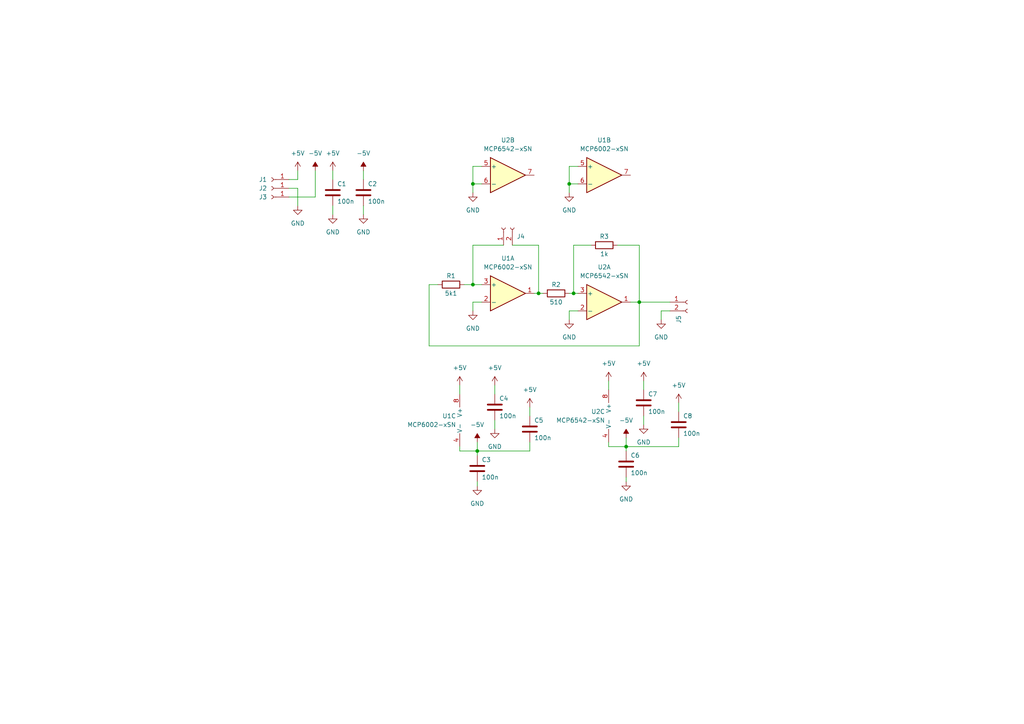
<source format=kicad_sch>
(kicad_sch (version 20211123) (generator eeschema)

  (uuid e63e39d7-6ac0-4ffd-8aa3-1841a4541b55)

  (paper "A4")

  (lib_symbols
    (symbol "Amplifier_Operational:MCP6002-xSN" (pin_names (offset 0.127)) (in_bom yes) (on_board yes)
      (property "Reference" "U" (id 0) (at 0 5.08 0)
        (effects (font (size 1.27 1.27)) (justify left))
      )
      (property "Value" "MCP6002-xSN" (id 1) (at 0 -5.08 0)
        (effects (font (size 1.27 1.27)) (justify left))
      )
      (property "Footprint" "" (id 2) (at 0 0 0)
        (effects (font (size 1.27 1.27)) hide)
      )
      (property "Datasheet" "http://ww1.microchip.com/downloads/en/DeviceDoc/21733j.pdf" (id 3) (at 0 0 0)
        (effects (font (size 1.27 1.27)) hide)
      )
      (property "ki_locked" "" (id 4) (at 0 0 0)
        (effects (font (size 1.27 1.27)))
      )
      (property "ki_keywords" "dual opamp" (id 5) (at 0 0 0)
        (effects (font (size 1.27 1.27)) hide)
      )
      (property "ki_description" "1MHz, Low-Power Op Amp, SOIC-8" (id 6) (at 0 0 0)
        (effects (font (size 1.27 1.27)) hide)
      )
      (property "ki_fp_filters" "SOIC*3.9x4.9mm*P1.27mm* DIP*W7.62mm* TO*99* OnSemi*Micro8* TSSOP*3x3mm*P0.65mm* TSSOP*4.4x3mm*P0.65mm* MSOP*3x3mm*P0.65mm* SSOP*3.9x4.9mm*P0.635mm* LFCSP*2x2mm*P0.5mm* *SIP* SOIC*5.3x6.2mm*P1.27mm*" (id 7) (at 0 0 0)
        (effects (font (size 1.27 1.27)) hide)
      )
      (symbol "MCP6002-xSN_1_1"
        (polyline
          (pts
            (xy -5.08 5.08)
            (xy 5.08 0)
            (xy -5.08 -5.08)
            (xy -5.08 5.08)
          )
          (stroke (width 0.254) (type default) (color 0 0 0 0))
          (fill (type background))
        )
        (pin output line (at 7.62 0 180) (length 2.54)
          (name "~" (effects (font (size 1.27 1.27))))
          (number "1" (effects (font (size 1.27 1.27))))
        )
        (pin input line (at -7.62 -2.54 0) (length 2.54)
          (name "-" (effects (font (size 1.27 1.27))))
          (number "2" (effects (font (size 1.27 1.27))))
        )
        (pin input line (at -7.62 2.54 0) (length 2.54)
          (name "+" (effects (font (size 1.27 1.27))))
          (number "3" (effects (font (size 1.27 1.27))))
        )
      )
      (symbol "MCP6002-xSN_2_1"
        (polyline
          (pts
            (xy -5.08 5.08)
            (xy 5.08 0)
            (xy -5.08 -5.08)
            (xy -5.08 5.08)
          )
          (stroke (width 0.254) (type default) (color 0 0 0 0))
          (fill (type background))
        )
        (pin input line (at -7.62 2.54 0) (length 2.54)
          (name "+" (effects (font (size 1.27 1.27))))
          (number "5" (effects (font (size 1.27 1.27))))
        )
        (pin input line (at -7.62 -2.54 0) (length 2.54)
          (name "-" (effects (font (size 1.27 1.27))))
          (number "6" (effects (font (size 1.27 1.27))))
        )
        (pin output line (at 7.62 0 180) (length 2.54)
          (name "~" (effects (font (size 1.27 1.27))))
          (number "7" (effects (font (size 1.27 1.27))))
        )
      )
      (symbol "MCP6002-xSN_3_1"
        (pin power_in line (at -2.54 -7.62 90) (length 3.81)
          (name "V-" (effects (font (size 1.27 1.27))))
          (number "4" (effects (font (size 1.27 1.27))))
        )
        (pin power_in line (at -2.54 7.62 270) (length 3.81)
          (name "V+" (effects (font (size 1.27 1.27))))
          (number "8" (effects (font (size 1.27 1.27))))
        )
      )
    )
    (symbol "Connector:Conn_01x01_Female" (pin_names (offset 1.016) hide) (in_bom yes) (on_board yes)
      (property "Reference" "J" (id 0) (at 0 2.54 0)
        (effects (font (size 1.27 1.27)))
      )
      (property "Value" "Conn_01x01_Female" (id 1) (at 0 -2.54 0)
        (effects (font (size 1.27 1.27)))
      )
      (property "Footprint" "" (id 2) (at 0 0 0)
        (effects (font (size 1.27 1.27)) hide)
      )
      (property "Datasheet" "~" (id 3) (at 0 0 0)
        (effects (font (size 1.27 1.27)) hide)
      )
      (property "ki_keywords" "connector" (id 4) (at 0 0 0)
        (effects (font (size 1.27 1.27)) hide)
      )
      (property "ki_description" "Generic connector, single row, 01x01, script generated (kicad-library-utils/schlib/autogen/connector/)" (id 5) (at 0 0 0)
        (effects (font (size 1.27 1.27)) hide)
      )
      (property "ki_fp_filters" "Connector*:*" (id 6) (at 0 0 0)
        (effects (font (size 1.27 1.27)) hide)
      )
      (symbol "Conn_01x01_Female_1_1"
        (polyline
          (pts
            (xy -1.27 0)
            (xy -0.508 0)
          )
          (stroke (width 0.1524) (type default) (color 0 0 0 0))
          (fill (type none))
        )
        (arc (start 0 0.508) (mid -0.508 0) (end 0 -0.508)
          (stroke (width 0.1524) (type default) (color 0 0 0 0))
          (fill (type none))
        )
        (pin passive line (at -5.08 0 0) (length 3.81)
          (name "Pin_1" (effects (font (size 1.27 1.27))))
          (number "1" (effects (font (size 1.27 1.27))))
        )
      )
    )
    (symbol "Connector:Conn_01x02_Female" (pin_names (offset 1.016) hide) (in_bom yes) (on_board yes)
      (property "Reference" "J" (id 0) (at 0 2.54 0)
        (effects (font (size 1.27 1.27)))
      )
      (property "Value" "Conn_01x02_Female" (id 1) (at 0 -5.08 0)
        (effects (font (size 1.27 1.27)))
      )
      (property "Footprint" "" (id 2) (at 0 0 0)
        (effects (font (size 1.27 1.27)) hide)
      )
      (property "Datasheet" "~" (id 3) (at 0 0 0)
        (effects (font (size 1.27 1.27)) hide)
      )
      (property "ki_keywords" "connector" (id 4) (at 0 0 0)
        (effects (font (size 1.27 1.27)) hide)
      )
      (property "ki_description" "Generic connector, single row, 01x02, script generated (kicad-library-utils/schlib/autogen/connector/)" (id 5) (at 0 0 0)
        (effects (font (size 1.27 1.27)) hide)
      )
      (property "ki_fp_filters" "Connector*:*_1x??_*" (id 6) (at 0 0 0)
        (effects (font (size 1.27 1.27)) hide)
      )
      (symbol "Conn_01x02_Female_1_1"
        (arc (start 0 -2.032) (mid -0.508 -2.54) (end 0 -3.048)
          (stroke (width 0.1524) (type default) (color 0 0 0 0))
          (fill (type none))
        )
        (polyline
          (pts
            (xy -1.27 -2.54)
            (xy -0.508 -2.54)
          )
          (stroke (width 0.1524) (type default) (color 0 0 0 0))
          (fill (type none))
        )
        (polyline
          (pts
            (xy -1.27 0)
            (xy -0.508 0)
          )
          (stroke (width 0.1524) (type default) (color 0 0 0 0))
          (fill (type none))
        )
        (arc (start 0 0.508) (mid -0.508 0) (end 0 -0.508)
          (stroke (width 0.1524) (type default) (color 0 0 0 0))
          (fill (type none))
        )
        (pin passive line (at -5.08 0 0) (length 3.81)
          (name "Pin_1" (effects (font (size 1.27 1.27))))
          (number "1" (effects (font (size 1.27 1.27))))
        )
        (pin passive line (at -5.08 -2.54 0) (length 3.81)
          (name "Pin_2" (effects (font (size 1.27 1.27))))
          (number "2" (effects (font (size 1.27 1.27))))
        )
      )
    )
    (symbol "Device:C" (pin_numbers hide) (pin_names (offset 0.254)) (in_bom yes) (on_board yes)
      (property "Reference" "C" (id 0) (at 0.635 2.54 0)
        (effects (font (size 1.27 1.27)) (justify left))
      )
      (property "Value" "C" (id 1) (at 0.635 -2.54 0)
        (effects (font (size 1.27 1.27)) (justify left))
      )
      (property "Footprint" "" (id 2) (at 0.9652 -3.81 0)
        (effects (font (size 1.27 1.27)) hide)
      )
      (property "Datasheet" "~" (id 3) (at 0 0 0)
        (effects (font (size 1.27 1.27)) hide)
      )
      (property "ki_keywords" "cap capacitor" (id 4) (at 0 0 0)
        (effects (font (size 1.27 1.27)) hide)
      )
      (property "ki_description" "Unpolarized capacitor" (id 5) (at 0 0 0)
        (effects (font (size 1.27 1.27)) hide)
      )
      (property "ki_fp_filters" "C_*" (id 6) (at 0 0 0)
        (effects (font (size 1.27 1.27)) hide)
      )
      (symbol "C_0_1"
        (polyline
          (pts
            (xy -2.032 -0.762)
            (xy 2.032 -0.762)
          )
          (stroke (width 0.508) (type default) (color 0 0 0 0))
          (fill (type none))
        )
        (polyline
          (pts
            (xy -2.032 0.762)
            (xy 2.032 0.762)
          )
          (stroke (width 0.508) (type default) (color 0 0 0 0))
          (fill (type none))
        )
      )
      (symbol "C_1_1"
        (pin passive line (at 0 3.81 270) (length 2.794)
          (name "~" (effects (font (size 1.27 1.27))))
          (number "1" (effects (font (size 1.27 1.27))))
        )
        (pin passive line (at 0 -3.81 90) (length 2.794)
          (name "~" (effects (font (size 1.27 1.27))))
          (number "2" (effects (font (size 1.27 1.27))))
        )
      )
    )
    (symbol "Device:R" (pin_numbers hide) (pin_names (offset 0)) (in_bom yes) (on_board yes)
      (property "Reference" "R" (id 0) (at 2.032 0 90)
        (effects (font (size 1.27 1.27)))
      )
      (property "Value" "R" (id 1) (at 0 0 90)
        (effects (font (size 1.27 1.27)))
      )
      (property "Footprint" "" (id 2) (at -1.778 0 90)
        (effects (font (size 1.27 1.27)) hide)
      )
      (property "Datasheet" "~" (id 3) (at 0 0 0)
        (effects (font (size 1.27 1.27)) hide)
      )
      (property "ki_keywords" "R res resistor" (id 4) (at 0 0 0)
        (effects (font (size 1.27 1.27)) hide)
      )
      (property "ki_description" "Resistor" (id 5) (at 0 0 0)
        (effects (font (size 1.27 1.27)) hide)
      )
      (property "ki_fp_filters" "R_*" (id 6) (at 0 0 0)
        (effects (font (size 1.27 1.27)) hide)
      )
      (symbol "R_0_1"
        (rectangle (start -1.016 -2.54) (end 1.016 2.54)
          (stroke (width 0.254) (type default) (color 0 0 0 0))
          (fill (type none))
        )
      )
      (symbol "R_1_1"
        (pin passive line (at 0 3.81 270) (length 1.27)
          (name "~" (effects (font (size 1.27 1.27))))
          (number "1" (effects (font (size 1.27 1.27))))
        )
        (pin passive line (at 0 -3.81 90) (length 1.27)
          (name "~" (effects (font (size 1.27 1.27))))
          (number "2" (effects (font (size 1.27 1.27))))
        )
      )
    )
    (symbol "power:+5V" (power) (pin_names (offset 0)) (in_bom yes) (on_board yes)
      (property "Reference" "#PWR" (id 0) (at 0 -3.81 0)
        (effects (font (size 1.27 1.27)) hide)
      )
      (property "Value" "+5V" (id 1) (at 0 3.556 0)
        (effects (font (size 1.27 1.27)))
      )
      (property "Footprint" "" (id 2) (at 0 0 0)
        (effects (font (size 1.27 1.27)) hide)
      )
      (property "Datasheet" "" (id 3) (at 0 0 0)
        (effects (font (size 1.27 1.27)) hide)
      )
      (property "ki_keywords" "power-flag" (id 4) (at 0 0 0)
        (effects (font (size 1.27 1.27)) hide)
      )
      (property "ki_description" "Power symbol creates a global label with name \"+5V\"" (id 5) (at 0 0 0)
        (effects (font (size 1.27 1.27)) hide)
      )
      (symbol "+5V_0_1"
        (polyline
          (pts
            (xy -0.762 1.27)
            (xy 0 2.54)
          )
          (stroke (width 0) (type default) (color 0 0 0 0))
          (fill (type none))
        )
        (polyline
          (pts
            (xy 0 0)
            (xy 0 2.54)
          )
          (stroke (width 0) (type default) (color 0 0 0 0))
          (fill (type none))
        )
        (polyline
          (pts
            (xy 0 2.54)
            (xy 0.762 1.27)
          )
          (stroke (width 0) (type default) (color 0 0 0 0))
          (fill (type none))
        )
      )
      (symbol "+5V_1_1"
        (pin power_in line (at 0 0 90) (length 0) hide
          (name "+5V" (effects (font (size 1.27 1.27))))
          (number "1" (effects (font (size 1.27 1.27))))
        )
      )
    )
    (symbol "power:-5V" (power) (pin_names (offset 0)) (in_bom yes) (on_board yes)
      (property "Reference" "#PWR" (id 0) (at 0 2.54 0)
        (effects (font (size 1.27 1.27)) hide)
      )
      (property "Value" "-5V" (id 1) (at 0 3.81 0)
        (effects (font (size 1.27 1.27)))
      )
      (property "Footprint" "" (id 2) (at 0 0 0)
        (effects (font (size 1.27 1.27)) hide)
      )
      (property "Datasheet" "" (id 3) (at 0 0 0)
        (effects (font (size 1.27 1.27)) hide)
      )
      (property "ki_keywords" "power-flag" (id 4) (at 0 0 0)
        (effects (font (size 1.27 1.27)) hide)
      )
      (property "ki_description" "Power symbol creates a global label with name \"-5V\"" (id 5) (at 0 0 0)
        (effects (font (size 1.27 1.27)) hide)
      )
      (symbol "-5V_0_0"
        (pin power_in line (at 0 0 90) (length 0) hide
          (name "-5V" (effects (font (size 1.27 1.27))))
          (number "1" (effects (font (size 1.27 1.27))))
        )
      )
      (symbol "-5V_0_1"
        (polyline
          (pts
            (xy 0 0)
            (xy 0 1.27)
            (xy 0.762 1.27)
            (xy 0 2.54)
            (xy -0.762 1.27)
            (xy 0 1.27)
          )
          (stroke (width 0) (type default) (color 0 0 0 0))
          (fill (type outline))
        )
      )
    )
    (symbol "power:GND" (power) (pin_names (offset 0)) (in_bom yes) (on_board yes)
      (property "Reference" "#PWR" (id 0) (at 0 -6.35 0)
        (effects (font (size 1.27 1.27)) hide)
      )
      (property "Value" "GND" (id 1) (at 0 -3.81 0)
        (effects (font (size 1.27 1.27)))
      )
      (property "Footprint" "" (id 2) (at 0 0 0)
        (effects (font (size 1.27 1.27)) hide)
      )
      (property "Datasheet" "" (id 3) (at 0 0 0)
        (effects (font (size 1.27 1.27)) hide)
      )
      (property "ki_keywords" "power-flag" (id 4) (at 0 0 0)
        (effects (font (size 1.27 1.27)) hide)
      )
      (property "ki_description" "Power symbol creates a global label with name \"GND\" , ground" (id 5) (at 0 0 0)
        (effects (font (size 1.27 1.27)) hide)
      )
      (symbol "GND_0_1"
        (polyline
          (pts
            (xy 0 0)
            (xy 0 -1.27)
            (xy 1.27 -1.27)
            (xy 0 -2.54)
            (xy -1.27 -1.27)
            (xy 0 -1.27)
          )
          (stroke (width 0) (type default) (color 0 0 0 0))
          (fill (type none))
        )
      )
      (symbol "GND_1_1"
        (pin power_in line (at 0 0 270) (length 0) hide
          (name "GND" (effects (font (size 1.27 1.27))))
          (number "1" (effects (font (size 1.27 1.27))))
        )
      )
    )
  )

  (junction (at 137.16 82.55) (diameter 0) (color 0 0 0 0)
    (uuid 02c204a9-09fd-4295-94c6-a37c915310ed)
  )
  (junction (at 165.1 53.34) (diameter 0) (color 0 0 0 0)
    (uuid 1cb876b5-3455-4deb-a352-fba7c2a82666)
  )
  (junction (at 156.21 85.09) (diameter 0) (color 0 0 0 0)
    (uuid 44a9ebd3-2b14-4b52-9219-5462d7610096)
  )
  (junction (at 138.43 130.81) (diameter 0) (color 0 0 0 0)
    (uuid 50169da6-a500-40d4-9b5b-72521d839cce)
  )
  (junction (at 185.42 87.63) (diameter 0) (color 0 0 0 0)
    (uuid 98568e9f-fe47-425d-9ef5-ed32348df678)
  )
  (junction (at 137.16 53.34) (diameter 0) (color 0 0 0 0)
    (uuid a8645d85-fa83-4963-b6b6-c3b18727b030)
  )
  (junction (at 181.61 129.54) (diameter 0) (color 0 0 0 0)
    (uuid e1a17dd3-43fe-462c-b9dd-91f61f4770dd)
  )
  (junction (at 166.37 85.09) (diameter 0) (color 0 0 0 0)
    (uuid e739a248-d511-4679-b92e-98ad52d4151a)
  )

  (wire (pts (xy 91.44 49.53) (xy 91.44 57.15))
    (stroke (width 0) (type default) (color 0 0 0 0))
    (uuid 04ced622-6cfd-4eb5-91bc-2c396a5592ba)
  )
  (wire (pts (xy 153.67 130.81) (xy 138.43 130.81))
    (stroke (width 0) (type default) (color 0 0 0 0))
    (uuid 0aceb300-7bf0-4c9b-b0e7-858d12e49a3b)
  )
  (wire (pts (xy 83.82 54.61) (xy 86.36 54.61))
    (stroke (width 0) (type default) (color 0 0 0 0))
    (uuid 0b8d100f-a587-4e3b-ab9d-57daaa9b0f24)
  )
  (wire (pts (xy 185.42 87.63) (xy 194.31 87.63))
    (stroke (width 0) (type default) (color 0 0 0 0))
    (uuid 0c0ce98a-2a3a-49b5-9e42-f95c0b1d7bd0)
  )
  (wire (pts (xy 137.16 53.34) (xy 139.7 53.34))
    (stroke (width 0) (type default) (color 0 0 0 0))
    (uuid 0e2e71d8-c6fb-4cb9-82bf-e16cc0fdb311)
  )
  (wire (pts (xy 194.31 90.17) (xy 191.77 90.17))
    (stroke (width 0) (type default) (color 0 0 0 0))
    (uuid 1e920811-1557-4d44-8d87-495535cd5e89)
  )
  (wire (pts (xy 165.1 53.34) (xy 165.1 55.88))
    (stroke (width 0) (type default) (color 0 0 0 0))
    (uuid 1f9c7422-1e77-4e92-b945-169aac2cf718)
  )
  (wire (pts (xy 181.61 129.54) (xy 176.53 129.54))
    (stroke (width 0) (type default) (color 0 0 0 0))
    (uuid 22880670-dfb2-4bba-bfe3-91aaa6b146a2)
  )
  (wire (pts (xy 137.16 82.55) (xy 137.16 71.12))
    (stroke (width 0) (type default) (color 0 0 0 0))
    (uuid 28c46ba8-f4be-4139-b761-a0e2ed330aff)
  )
  (wire (pts (xy 165.1 90.17) (xy 167.64 90.17))
    (stroke (width 0) (type default) (color 0 0 0 0))
    (uuid 324db6af-ffc1-4c0a-b421-95a3d625fcb8)
  )
  (wire (pts (xy 182.88 87.63) (xy 185.42 87.63))
    (stroke (width 0) (type default) (color 0 0 0 0))
    (uuid 35e6168d-2888-40f5-8bc0-8d505dde2410)
  )
  (wire (pts (xy 138.43 139.7) (xy 138.43 140.97))
    (stroke (width 0) (type default) (color 0 0 0 0))
    (uuid 383ef2f8-67cb-4a3a-bbc8-5d777028d2e6)
  )
  (wire (pts (xy 96.52 59.69) (xy 96.52 62.23))
    (stroke (width 0) (type default) (color 0 0 0 0))
    (uuid 3aabdf6f-fa33-40f7-8079-441eb2d54fb9)
  )
  (wire (pts (xy 83.82 52.07) (xy 86.36 52.07))
    (stroke (width 0) (type default) (color 0 0 0 0))
    (uuid 418d6adb-d999-4088-b02d-6d219c12914e)
  )
  (wire (pts (xy 86.36 52.07) (xy 86.36 49.53))
    (stroke (width 0) (type default) (color 0 0 0 0))
    (uuid 427acdb9-e837-499d-bdfa-62a1796c0a16)
  )
  (wire (pts (xy 166.37 85.09) (xy 167.64 85.09))
    (stroke (width 0) (type default) (color 0 0 0 0))
    (uuid 448fb891-e19e-4e39-a251-5491f9d04ff8)
  )
  (wire (pts (xy 105.41 49.53) (xy 105.41 52.07))
    (stroke (width 0) (type default) (color 0 0 0 0))
    (uuid 451cc8dc-194a-4e49-af4e-2ce16e822ae2)
  )
  (wire (pts (xy 179.07 71.12) (xy 185.42 71.12))
    (stroke (width 0) (type default) (color 0 0 0 0))
    (uuid 457d739c-70e9-44a5-a3fe-6f8eb63f20d5)
  )
  (wire (pts (xy 86.36 54.61) (xy 86.36 59.69))
    (stroke (width 0) (type default) (color 0 0 0 0))
    (uuid 46f2a347-0164-4701-992d-91da1640a7d0)
  )
  (wire (pts (xy 156.21 71.12) (xy 156.21 85.09))
    (stroke (width 0) (type default) (color 0 0 0 0))
    (uuid 491a9f3a-425a-478c-a5b1-33c3ce96de22)
  )
  (wire (pts (xy 137.16 71.12) (xy 146.05 71.12))
    (stroke (width 0) (type default) (color 0 0 0 0))
    (uuid 4f5365f6-2699-42e4-9f0d-4b575c0794ec)
  )
  (wire (pts (xy 191.77 90.17) (xy 191.77 92.71))
    (stroke (width 0) (type default) (color 0 0 0 0))
    (uuid 522c36cd-b78a-405b-8250-3098ddfa5e01)
  )
  (wire (pts (xy 196.85 129.54) (xy 181.61 129.54))
    (stroke (width 0) (type default) (color 0 0 0 0))
    (uuid 53d1d6da-eb39-4d0d-accd-c1200afc880c)
  )
  (wire (pts (xy 165.1 53.34) (xy 167.64 53.34))
    (stroke (width 0) (type default) (color 0 0 0 0))
    (uuid 5f46083a-6331-459b-9d3e-9f392864b475)
  )
  (wire (pts (xy 138.43 128.27) (xy 138.43 130.81))
    (stroke (width 0) (type default) (color 0 0 0 0))
    (uuid 5fa603c9-843c-4c8d-b33e-4eb84c70242f)
  )
  (wire (pts (xy 181.61 129.54) (xy 181.61 130.81))
    (stroke (width 0) (type default) (color 0 0 0 0))
    (uuid 68b05cf2-c967-44bd-99d3-dcb0eab75667)
  )
  (wire (pts (xy 166.37 71.12) (xy 166.37 85.09))
    (stroke (width 0) (type default) (color 0 0 0 0))
    (uuid 6c3a4a37-01ca-4bdc-8d1b-7ba403960e15)
  )
  (wire (pts (xy 143.51 111.76) (xy 143.51 114.3))
    (stroke (width 0) (type default) (color 0 0 0 0))
    (uuid 70811bcf-c155-4147-ba0a-569a7853fea1)
  )
  (wire (pts (xy 83.82 57.15) (xy 91.44 57.15))
    (stroke (width 0) (type default) (color 0 0 0 0))
    (uuid 73e2597c-4856-45b0-ace3-05a9c610091b)
  )
  (wire (pts (xy 156.21 85.09) (xy 157.48 85.09))
    (stroke (width 0) (type default) (color 0 0 0 0))
    (uuid 75d04863-df88-4f4c-9ba9-78df706a7b10)
  )
  (wire (pts (xy 124.46 82.55) (xy 124.46 100.33))
    (stroke (width 0) (type default) (color 0 0 0 0))
    (uuid 76d52d65-4162-406f-a08d-48621a4cbeae)
  )
  (wire (pts (xy 165.1 92.71) (xy 165.1 90.17))
    (stroke (width 0) (type default) (color 0 0 0 0))
    (uuid 7a0e33a7-caf2-4ada-9c1c-223525e3b241)
  )
  (wire (pts (xy 176.53 110.49) (xy 176.53 113.03))
    (stroke (width 0) (type default) (color 0 0 0 0))
    (uuid 7a65864a-dbf0-43bd-b2bd-c6e43cb9b534)
  )
  (wire (pts (xy 181.61 127) (xy 181.61 129.54))
    (stroke (width 0) (type default) (color 0 0 0 0))
    (uuid 7ee15886-a518-4fea-8941-bc072ccc73f1)
  )
  (wire (pts (xy 185.42 71.12) (xy 185.42 87.63))
    (stroke (width 0) (type default) (color 0 0 0 0))
    (uuid 835e4e36-d9ad-4b0f-98a1-300f444fba03)
  )
  (wire (pts (xy 96.52 49.53) (xy 96.52 52.07))
    (stroke (width 0) (type default) (color 0 0 0 0))
    (uuid 87bd545b-fc89-4f96-a2bb-b6805c2341c8)
  )
  (wire (pts (xy 137.16 48.26) (xy 139.7 48.26))
    (stroke (width 0) (type default) (color 0 0 0 0))
    (uuid 881abf44-14f0-4aff-9acc-37faaf908ff2)
  )
  (wire (pts (xy 138.43 130.81) (xy 133.35 130.81))
    (stroke (width 0) (type default) (color 0 0 0 0))
    (uuid 8f02d9ec-adef-4d1f-8fca-712791558ac8)
  )
  (wire (pts (xy 186.69 120.65) (xy 186.69 123.19))
    (stroke (width 0) (type default) (color 0 0 0 0))
    (uuid 9df708db-1ab5-4e87-8110-35e4fba7f2c8)
  )
  (wire (pts (xy 176.53 128.27) (xy 176.53 129.54))
    (stroke (width 0) (type default) (color 0 0 0 0))
    (uuid 9eedd999-b0b5-4874-a850-04ef2e1084f3)
  )
  (wire (pts (xy 133.35 129.54) (xy 133.35 130.81))
    (stroke (width 0) (type default) (color 0 0 0 0))
    (uuid a0f5f271-f3be-4c9c-8e22-ce194da74d0e)
  )
  (wire (pts (xy 138.43 130.81) (xy 138.43 132.08))
    (stroke (width 0) (type default) (color 0 0 0 0))
    (uuid a1e70db3-c42a-4614-b0ae-71ed24f94c34)
  )
  (wire (pts (xy 181.61 138.43) (xy 181.61 139.7))
    (stroke (width 0) (type default) (color 0 0 0 0))
    (uuid a234b78f-c490-447e-8d1a-b5659892f034)
  )
  (wire (pts (xy 153.67 128.27) (xy 153.67 130.81))
    (stroke (width 0) (type default) (color 0 0 0 0))
    (uuid a74f23ed-7388-44fe-9862-a5765c31af6d)
  )
  (wire (pts (xy 196.85 116.84) (xy 196.85 119.38))
    (stroke (width 0) (type default) (color 0 0 0 0))
    (uuid a7811aa5-d87a-4890-a892-d9e82518222d)
  )
  (wire (pts (xy 171.45 71.12) (xy 166.37 71.12))
    (stroke (width 0) (type default) (color 0 0 0 0))
    (uuid aa6c06b5-383b-46af-8b7a-b7bc9d1fc5a5)
  )
  (wire (pts (xy 134.62 82.55) (xy 137.16 82.55))
    (stroke (width 0) (type default) (color 0 0 0 0))
    (uuid ad5844d2-d5d6-465d-a528-5996f55f7f4a)
  )
  (wire (pts (xy 137.16 90.17) (xy 137.16 87.63))
    (stroke (width 0) (type default) (color 0 0 0 0))
    (uuid af85a2df-c4f3-4f34-a8c3-94250e78b73c)
  )
  (wire (pts (xy 186.69 110.49) (xy 186.69 113.03))
    (stroke (width 0) (type default) (color 0 0 0 0))
    (uuid b4e4a677-3d54-44f6-a9c8-f7a2c156d556)
  )
  (wire (pts (xy 143.51 121.92) (xy 143.51 124.46))
    (stroke (width 0) (type default) (color 0 0 0 0))
    (uuid bc3fa71f-2e3b-459c-8cdf-44d066152c02)
  )
  (wire (pts (xy 154.94 85.09) (xy 156.21 85.09))
    (stroke (width 0) (type default) (color 0 0 0 0))
    (uuid c38b475b-2942-4f73-8d8d-050641aed435)
  )
  (wire (pts (xy 196.85 127) (xy 196.85 129.54))
    (stroke (width 0) (type default) (color 0 0 0 0))
    (uuid c4d3ed1f-9f50-472a-a81c-4500c3f26eaa)
  )
  (wire (pts (xy 133.35 111.76) (xy 133.35 114.3))
    (stroke (width 0) (type default) (color 0 0 0 0))
    (uuid c59d77f7-3917-4fce-bc5b-b1e3f7c6d867)
  )
  (wire (pts (xy 165.1 48.26) (xy 165.1 53.34))
    (stroke (width 0) (type default) (color 0 0 0 0))
    (uuid c5a9a9b1-c824-4e4c-92aa-ae01cc5e8bf5)
  )
  (wire (pts (xy 165.1 85.09) (xy 166.37 85.09))
    (stroke (width 0) (type default) (color 0 0 0 0))
    (uuid c60b2332-c089-46bc-83ea-4b03ccdfc451)
  )
  (wire (pts (xy 148.59 71.12) (xy 156.21 71.12))
    (stroke (width 0) (type default) (color 0 0 0 0))
    (uuid c94c3ec7-cacc-4a9b-bb4c-35245c68afd9)
  )
  (wire (pts (xy 105.41 59.69) (xy 105.41 62.23))
    (stroke (width 0) (type default) (color 0 0 0 0))
    (uuid caf205e6-8abf-499d-ac86-a55df50a906a)
  )
  (wire (pts (xy 137.16 87.63) (xy 139.7 87.63))
    (stroke (width 0) (type default) (color 0 0 0 0))
    (uuid d1bf5a3e-f017-42d8-bf24-7a2e45850611)
  )
  (wire (pts (xy 127 82.55) (xy 124.46 82.55))
    (stroke (width 0) (type default) (color 0 0 0 0))
    (uuid d8732b33-af0d-4dc4-ba1e-2fe739bb70dd)
  )
  (wire (pts (xy 167.64 48.26) (xy 165.1 48.26))
    (stroke (width 0) (type default) (color 0 0 0 0))
    (uuid da50817e-65d9-42d9-af84-8d3585d8167b)
  )
  (wire (pts (xy 137.16 53.34) (xy 137.16 48.26))
    (stroke (width 0) (type default) (color 0 0 0 0))
    (uuid db6c906a-f901-4574-a900-5942838c58da)
  )
  (wire (pts (xy 153.67 118.11) (xy 153.67 120.65))
    (stroke (width 0) (type default) (color 0 0 0 0))
    (uuid e6fd8367-78b2-4f62-94e2-cc00d8b2e161)
  )
  (wire (pts (xy 137.16 82.55) (xy 139.7 82.55))
    (stroke (width 0) (type default) (color 0 0 0 0))
    (uuid f2da1a7b-d890-422b-8e3f-9c8a059cd113)
  )
  (wire (pts (xy 124.46 100.33) (xy 185.42 100.33))
    (stroke (width 0) (type default) (color 0 0 0 0))
    (uuid f94d4466-a4c2-4da6-95d1-9edc787a9ae7)
  )
  (wire (pts (xy 185.42 100.33) (xy 185.42 87.63))
    (stroke (width 0) (type default) (color 0 0 0 0))
    (uuid fdbbed97-700a-4298-99b2-df899954c852)
  )
  (wire (pts (xy 137.16 55.88) (xy 137.16 53.34))
    (stroke (width 0) (type default) (color 0 0 0 0))
    (uuid ff758ea0-2ada-460f-9336-6aad3f7fa418)
  )

  (symbol (lib_id "power:GND") (at 165.1 55.88 0) (unit 1)
    (in_bom yes) (on_board yes) (fields_autoplaced)
    (uuid 00d198f9-961e-4044-bfd0-e576bc006311)
    (property "Reference" "#PWR016" (id 0) (at 165.1 62.23 0)
      (effects (font (size 1.27 1.27)) hide)
    )
    (property "Value" "GND" (id 1) (at 165.1 60.96 0))
    (property "Footprint" "" (id 2) (at 165.1 55.88 0)
      (effects (font (size 1.27 1.27)) hide)
    )
    (property "Datasheet" "" (id 3) (at 165.1 55.88 0)
      (effects (font (size 1.27 1.27)) hide)
    )
    (pin "1" (uuid f84ae9ff-a31e-4552-b88c-b77e6a0c96b4))
  )

  (symbol (lib_id "power:-5V") (at 181.61 127 0) (unit 1)
    (in_bom yes) (on_board yes) (fields_autoplaced)
    (uuid 0cadde68-8d45-4768-a3a5-bb62da444f47)
    (property "Reference" "#PWR019" (id 0) (at 181.61 124.46 0)
      (effects (font (size 1.27 1.27)) hide)
    )
    (property "Value" "-5V" (id 1) (at 181.61 121.92 0))
    (property "Footprint" "" (id 2) (at 181.61 127 0)
      (effects (font (size 1.27 1.27)) hide)
    )
    (property "Datasheet" "" (id 3) (at 181.61 127 0)
      (effects (font (size 1.27 1.27)) hide)
    )
    (pin "1" (uuid de03da26-a27a-4b22-91b8-3a574845d6f6))
  )

  (symbol (lib_id "Device:C") (at 138.43 135.89 0) (unit 1)
    (in_bom yes) (on_board yes)
    (uuid 14205061-88c0-4349-8c14-8bff46fa3014)
    (property "Reference" "C3" (id 0) (at 139.7 133.35 0)
      (effects (font (size 1.27 1.27)) (justify left))
    )
    (property "Value" "100n" (id 1) (at 139.7 138.43 0)
      (effects (font (size 1.27 1.27)) (justify left))
    )
    (property "Footprint" "Capacitor_SMD:C_0805_2012Metric_Pad1.18x1.45mm_HandSolder" (id 2) (at 139.3952 139.7 0)
      (effects (font (size 1.27 1.27)) hide)
    )
    (property "Datasheet" "~" (id 3) (at 138.43 135.89 0)
      (effects (font (size 1.27 1.27)) hide)
    )
    (pin "1" (uuid a25a2b2d-ed41-4dad-9481-5999a83606a5))
    (pin "2" (uuid 769c6720-fa66-413f-9468-a73f9122dc4f))
  )

  (symbol (lib_id "power:GND") (at 191.77 92.71 0) (unit 1)
    (in_bom yes) (on_board yes) (fields_autoplaced)
    (uuid 166a0781-2285-42bb-8cd2-e52a643a88ef)
    (property "Reference" "#PWR023" (id 0) (at 191.77 99.06 0)
      (effects (font (size 1.27 1.27)) hide)
    )
    (property "Value" "GND" (id 1) (at 191.77 97.79 0))
    (property "Footprint" "" (id 2) (at 191.77 92.71 0)
      (effects (font (size 1.27 1.27)) hide)
    )
    (property "Datasheet" "" (id 3) (at 191.77 92.71 0)
      (effects (font (size 1.27 1.27)) hide)
    )
    (pin "1" (uuid 19dcdfc0-e082-4562-b0cd-42a8bdce552d))
  )

  (symbol (lib_id "power:+5V") (at 176.53 110.49 0) (unit 1)
    (in_bom yes) (on_board yes) (fields_autoplaced)
    (uuid 17e3457c-cc46-4d62-83bc-a78fa5377fa7)
    (property "Reference" "#PWR018" (id 0) (at 176.53 114.3 0)
      (effects (font (size 1.27 1.27)) hide)
    )
    (property "Value" "+5V" (id 1) (at 176.53 105.41 0))
    (property "Footprint" "" (id 2) (at 176.53 110.49 0)
      (effects (font (size 1.27 1.27)) hide)
    )
    (property "Datasheet" "" (id 3) (at 176.53 110.49 0)
      (effects (font (size 1.27 1.27)) hide)
    )
    (pin "1" (uuid b773ca43-283d-4397-b17a-ea60b69291fc))
  )

  (symbol (lib_id "power:GND") (at 137.16 55.88 0) (unit 1)
    (in_bom yes) (on_board yes) (fields_autoplaced)
    (uuid 1ee46f38-e002-4d3e-ad64-8a0e5f2fcd53)
    (property "Reference" "#PWR09" (id 0) (at 137.16 62.23 0)
      (effects (font (size 1.27 1.27)) hide)
    )
    (property "Value" "GND" (id 1) (at 137.16 60.96 0))
    (property "Footprint" "" (id 2) (at 137.16 55.88 0)
      (effects (font (size 1.27 1.27)) hide)
    )
    (property "Datasheet" "" (id 3) (at 137.16 55.88 0)
      (effects (font (size 1.27 1.27)) hide)
    )
    (pin "1" (uuid 244a08c3-3e40-487a-bf72-768fa3af4139))
  )

  (symbol (lib_id "power:GND") (at 143.51 124.46 0) (unit 1)
    (in_bom yes) (on_board yes) (fields_autoplaced)
    (uuid 1feb6ece-bd9a-4225-85af-d0a4ba187a3a)
    (property "Reference" "#PWR014" (id 0) (at 143.51 130.81 0)
      (effects (font (size 1.27 1.27)) hide)
    )
    (property "Value" "GND" (id 1) (at 143.51 129.54 0))
    (property "Footprint" "" (id 2) (at 143.51 124.46 0)
      (effects (font (size 1.27 1.27)) hide)
    )
    (property "Datasheet" "" (id 3) (at 143.51 124.46 0)
      (effects (font (size 1.27 1.27)) hide)
    )
    (pin "1" (uuid 990b3d8f-5bd3-4b5f-bc82-c1af37b6cc32))
  )

  (symbol (lib_id "power:-5V") (at 105.41 49.53 0) (unit 1)
    (in_bom yes) (on_board yes) (fields_autoplaced)
    (uuid 213105c1-d706-4d0a-a6fd-c15ea99a2874)
    (property "Reference" "#PWR06" (id 0) (at 105.41 46.99 0)
      (effects (font (size 1.27 1.27)) hide)
    )
    (property "Value" "-5V" (id 1) (at 105.41 44.45 0))
    (property "Footprint" "" (id 2) (at 105.41 49.53 0)
      (effects (font (size 1.27 1.27)) hide)
    )
    (property "Datasheet" "" (id 3) (at 105.41 49.53 0)
      (effects (font (size 1.27 1.27)) hide)
    )
    (pin "1" (uuid c05e929c-32f7-40a6-99ab-346c25c57694))
  )

  (symbol (lib_id "power:+5V") (at 133.35 111.76 0) (unit 1)
    (in_bom yes) (on_board yes) (fields_autoplaced)
    (uuid 22f52919-6003-484d-9b63-6c3b45810536)
    (property "Reference" "#PWR08" (id 0) (at 133.35 115.57 0)
      (effects (font (size 1.27 1.27)) hide)
    )
    (property "Value" "+5V" (id 1) (at 133.35 106.68 0))
    (property "Footprint" "" (id 2) (at 133.35 111.76 0)
      (effects (font (size 1.27 1.27)) hide)
    )
    (property "Datasheet" "" (id 3) (at 133.35 111.76 0)
      (effects (font (size 1.27 1.27)) hide)
    )
    (pin "1" (uuid 7eedacd5-7faf-4f16-aa24-acdbd4aba133))
  )

  (symbol (lib_id "power:+5V") (at 86.36 49.53 0) (unit 1)
    (in_bom yes) (on_board yes) (fields_autoplaced)
    (uuid 2d5c2622-2678-424e-aff6-cc8699c41a20)
    (property "Reference" "#PWR01" (id 0) (at 86.36 53.34 0)
      (effects (font (size 1.27 1.27)) hide)
    )
    (property "Value" "+5V" (id 1) (at 86.36 44.45 0))
    (property "Footprint" "" (id 2) (at 86.36 49.53 0)
      (effects (font (size 1.27 1.27)) hide)
    )
    (property "Datasheet" "" (id 3) (at 86.36 49.53 0)
      (effects (font (size 1.27 1.27)) hide)
    )
    (pin "1" (uuid 22d51881-2d7f-4c92-a2ca-d079da0cdb02))
  )

  (symbol (lib_id "power:GND") (at 138.43 140.97 0) (unit 1)
    (in_bom yes) (on_board yes) (fields_autoplaced)
    (uuid 36332946-2c00-4e4b-9408-8d8763e0999e)
    (property "Reference" "#PWR012" (id 0) (at 138.43 147.32 0)
      (effects (font (size 1.27 1.27)) hide)
    )
    (property "Value" "GND" (id 1) (at 138.43 146.05 0))
    (property "Footprint" "" (id 2) (at 138.43 140.97 0)
      (effects (font (size 1.27 1.27)) hide)
    )
    (property "Datasheet" "" (id 3) (at 138.43 140.97 0)
      (effects (font (size 1.27 1.27)) hide)
    )
    (pin "1" (uuid 0605591e-400e-4903-b8a1-f20e007c9abc))
  )

  (symbol (lib_id "Device:C") (at 105.41 55.88 0) (unit 1)
    (in_bom yes) (on_board yes)
    (uuid 4684f788-9796-4220-b820-5ed1072bd9fd)
    (property "Reference" "C2" (id 0) (at 106.68 53.34 0)
      (effects (font (size 1.27 1.27)) (justify left))
    )
    (property "Value" "100n" (id 1) (at 106.68 58.42 0)
      (effects (font (size 1.27 1.27)) (justify left))
    )
    (property "Footprint" "Capacitor_SMD:C_0805_2012Metric_Pad1.18x1.45mm_HandSolder" (id 2) (at 106.3752 59.69 0)
      (effects (font (size 1.27 1.27)) hide)
    )
    (property "Datasheet" "~" (id 3) (at 105.41 55.88 0)
      (effects (font (size 1.27 1.27)) hide)
    )
    (pin "1" (uuid f2da1a7b-d890-422b-8e3f-9c8a059cd113))
    (pin "2" (uuid d65c8a0d-36d3-482e-baaf-0d0d71d94f73))
  )

  (symbol (lib_id "power:GND") (at 165.1 92.71 0) (unit 1)
    (in_bom yes) (on_board yes) (fields_autoplaced)
    (uuid 47941cd1-b5c0-40bd-bc68-af434db15455)
    (property "Reference" "#PWR017" (id 0) (at 165.1 99.06 0)
      (effects (font (size 1.27 1.27)) hide)
    )
    (property "Value" "GND" (id 1) (at 165.1 97.79 0))
    (property "Footprint" "" (id 2) (at 165.1 92.71 0)
      (effects (font (size 1.27 1.27)) hide)
    )
    (property "Datasheet" "" (id 3) (at 165.1 92.71 0)
      (effects (font (size 1.27 1.27)) hide)
    )
    (pin "1" (uuid 86f1676e-dcb9-45b4-8852-d1b0e5fb3022))
  )

  (symbol (lib_id "Device:C") (at 143.51 118.11 0) (unit 1)
    (in_bom yes) (on_board yes)
    (uuid 4820a2af-42e2-4422-bc5d-e6ae404dab96)
    (property "Reference" "C4" (id 0) (at 144.78 115.57 0)
      (effects (font (size 1.27 1.27)) (justify left))
    )
    (property "Value" "100n" (id 1) (at 144.78 120.65 0)
      (effects (font (size 1.27 1.27)) (justify left))
    )
    (property "Footprint" "Capacitor_SMD:C_0805_2012Metric_Pad1.18x1.45mm_HandSolder" (id 2) (at 144.4752 121.92 0)
      (effects (font (size 1.27 1.27)) hide)
    )
    (property "Datasheet" "~" (id 3) (at 143.51 118.11 0)
      (effects (font (size 1.27 1.27)) hide)
    )
    (pin "1" (uuid 6b32960b-22a4-4a41-93f7-e8b1d1d38aae))
    (pin "2" (uuid b938904b-6efb-4199-9eaf-0ed859b04dd5))
  )

  (symbol (lib_id "Connector:Conn_01x02_Female") (at 199.39 87.63 0) (unit 1)
    (in_bom yes) (on_board yes)
    (uuid 4d9be78c-875a-47a7-9be1-c6b745ba305e)
    (property "Reference" "J5" (id 0) (at 196.85 91.44 90)
      (effects (font (size 1.27 1.27)) (justify right))
    )
    (property "Value" "Conn_01x02_Female" (id 1) (at 201.93 80.01 90)
      (effects (font (size 1.27 1.27)) (justify right) hide)
    )
    (property "Footprint" "Connector_PinHeader_2.54mm:PinHeader_1x02_P2.54mm_Vertical" (id 2) (at 199.39 87.63 0)
      (effects (font (size 1.27 1.27)) hide)
    )
    (property "Datasheet" "~" (id 3) (at 199.39 87.63 0)
      (effects (font (size 1.27 1.27)) hide)
    )
    (pin "1" (uuid 79410cbf-1555-4f71-b70c-856d46713c4a))
    (pin "2" (uuid 6260647d-2c1d-46f5-8a51-f5e9d3c8d8ee))
  )

  (symbol (lib_id "Device:C") (at 186.69 116.84 0) (unit 1)
    (in_bom yes) (on_board yes)
    (uuid 75a9ffd0-6d9e-4d55-bd93-1b1ce7e243dc)
    (property "Reference" "C7" (id 0) (at 187.96 114.3 0)
      (effects (font (size 1.27 1.27)) (justify left))
    )
    (property "Value" "100n" (id 1) (at 187.96 119.38 0)
      (effects (font (size 1.27 1.27)) (justify left))
    )
    (property "Footprint" "Capacitor_SMD:C_0805_2012Metric_Pad1.18x1.45mm_HandSolder" (id 2) (at 187.6552 120.65 0)
      (effects (font (size 1.27 1.27)) hide)
    )
    (property "Datasheet" "~" (id 3) (at 186.69 116.84 0)
      (effects (font (size 1.27 1.27)) hide)
    )
    (pin "1" (uuid 4bdcff27-fb2a-483f-9775-16a3b1c95118))
    (pin "2" (uuid fb304e44-716e-451a-a594-b678768de664))
  )

  (symbol (lib_id "Connector:Conn_01x01_Female") (at 78.74 54.61 0) (mirror y) (unit 1)
    (in_bom yes) (on_board yes)
    (uuid 783d0424-d861-4099-b801-e9c190abdd04)
    (property "Reference" "J2" (id 0) (at 77.47 54.61 0)
      (effects (font (size 1.27 1.27)) (justify left))
    )
    (property "Value" "Conn_01x01_Female" (id 1) (at 77.47 55.8799 0)
      (effects (font (size 1.27 1.27)) (justify left) hide)
    )
    (property "Footprint" "Connector_PinHeader_2.54mm:PinHeader_1x01_P2.54mm_Vertical" (id 2) (at 78.74 54.61 0)
      (effects (font (size 1.27 1.27)) hide)
    )
    (property "Datasheet" "~" (id 3) (at 78.74 54.61 0)
      (effects (font (size 1.27 1.27)) hide)
    )
    (pin "1" (uuid b3274ad6-8fc5-4415-aa3a-43c592e4d682))
  )

  (symbol (lib_id "power:+5V") (at 196.85 116.84 0) (unit 1)
    (in_bom yes) (on_board yes) (fields_autoplaced)
    (uuid 7c8914de-c925-4075-b5b8-1ed116b0d291)
    (property "Reference" "#PWR024" (id 0) (at 196.85 120.65 0)
      (effects (font (size 1.27 1.27)) hide)
    )
    (property "Value" "+5V" (id 1) (at 196.85 111.76 0))
    (property "Footprint" "" (id 2) (at 196.85 116.84 0)
      (effects (font (size 1.27 1.27)) hide)
    )
    (property "Datasheet" "" (id 3) (at 196.85 116.84 0)
      (effects (font (size 1.27 1.27)) hide)
    )
    (pin "1" (uuid 2c45c083-fb57-4da8-8ead-9e14b0ab0f15))
  )

  (symbol (lib_id "Amplifier_Operational:MCP6002-xSN") (at 147.32 50.8 0) (unit 2)
    (in_bom yes) (on_board yes) (fields_autoplaced)
    (uuid 7d7aff63-ab31-4746-aff9-15ec228e50a2)
    (property "Reference" "U2" (id 0) (at 147.32 40.64 0))
    (property "Value" "MCP6542-xSN" (id 1) (at 147.32 43.18 0))
    (property "Footprint" "Package_DIP:DIP-8_W7.62mm_SMDSocket_SmallPads" (id 2) (at 147.32 50.8 0)
      (effects (font (size 1.27 1.27)) hide)
    )
    (property "Datasheet" "http://ww1.microchip.com/downloads/en/DeviceDoc/21733j.pdf" (id 3) (at 147.32 50.8 0)
      (effects (font (size 1.27 1.27)) hide)
    )
    (pin "5" (uuid 4524f9c6-1601-49c1-b2cc-4f03ce737154))
    (pin "6" (uuid 8eb32840-909d-403f-a231-2ffacf5483df))
    (pin "7" (uuid a31240ac-8b65-44dd-ba2a-944d5c41ab25))
  )

  (symbol (lib_id "power:+5V") (at 143.51 111.76 0) (unit 1)
    (in_bom yes) (on_board yes) (fields_autoplaced)
    (uuid 8bcef4dc-5587-4a1b-b84d-ea7b71771ea5)
    (property "Reference" "#PWR013" (id 0) (at 143.51 115.57 0)
      (effects (font (size 1.27 1.27)) hide)
    )
    (property "Value" "+5V" (id 1) (at 143.51 106.68 0))
    (property "Footprint" "" (id 2) (at 143.51 111.76 0)
      (effects (font (size 1.27 1.27)) hide)
    )
    (property "Datasheet" "" (id 3) (at 143.51 111.76 0)
      (effects (font (size 1.27 1.27)) hide)
    )
    (pin "1" (uuid b3639955-295e-4ad8-83cf-77efe31376a1))
  )

  (symbol (lib_id "Device:C") (at 196.85 123.19 0) (unit 1)
    (in_bom yes) (on_board yes)
    (uuid 8e34daa4-3dd2-4acf-bdd9-f3dce0f09443)
    (property "Reference" "C8" (id 0) (at 198.12 120.65 0)
      (effects (font (size 1.27 1.27)) (justify left))
    )
    (property "Value" "100n" (id 1) (at 198.12 125.73 0)
      (effects (font (size 1.27 1.27)) (justify left))
    )
    (property "Footprint" "Capacitor_SMD:C_0805_2012Metric_Pad1.18x1.45mm_HandSolder" (id 2) (at 197.8152 127 0)
      (effects (font (size 1.27 1.27)) hide)
    )
    (property "Datasheet" "~" (id 3) (at 196.85 123.19 0)
      (effects (font (size 1.27 1.27)) hide)
    )
    (pin "1" (uuid 7f897776-7040-4e9a-b226-803fe677696c))
    (pin "2" (uuid d45864b7-6e8f-4be1-8c46-8122c8e99ace))
  )

  (symbol (lib_id "Amplifier_Operational:MCP6002-xSN") (at 175.26 50.8 0) (unit 2)
    (in_bom yes) (on_board yes) (fields_autoplaced)
    (uuid 8fd1450e-ea75-4d52-965c-6c240f70223d)
    (property "Reference" "U1" (id 0) (at 175.26 40.64 0))
    (property "Value" "MCP6002-xSN" (id 1) (at 175.26 43.18 0))
    (property "Footprint" "Package_DIP:DIP-8_W7.62mm_SMDSocket_SmallPads" (id 2) (at 175.26 50.8 0)
      (effects (font (size 1.27 1.27)) hide)
    )
    (property "Datasheet" "http://ww1.microchip.com/downloads/en/DeviceDoc/21733j.pdf" (id 3) (at 175.26 50.8 0)
      (effects (font (size 1.27 1.27)) hide)
    )
    (pin "5" (uuid 85e5ba4e-27c5-4953-97da-30453358411c))
    (pin "6" (uuid 466502de-6b33-43dd-979c-d2b77f804196))
    (pin "7" (uuid 3eeddd3a-9a95-4683-a914-5c508db430a3))
  )

  (symbol (lib_id "power:GND") (at 96.52 62.23 0) (unit 1)
    (in_bom yes) (on_board yes) (fields_autoplaced)
    (uuid 904da713-6e90-45d9-97a7-2519f22a2fa0)
    (property "Reference" "#PWR05" (id 0) (at 96.52 68.58 0)
      (effects (font (size 1.27 1.27)) hide)
    )
    (property "Value" "GND" (id 1) (at 96.52 67.31 0))
    (property "Footprint" "" (id 2) (at 96.52 62.23 0)
      (effects (font (size 1.27 1.27)) hide)
    )
    (property "Datasheet" "" (id 3) (at 96.52 62.23 0)
      (effects (font (size 1.27 1.27)) hide)
    )
    (pin "1" (uuid fd4e31ba-37d5-47db-8b63-cb214094c8d2))
  )

  (symbol (lib_id "Amplifier_Operational:MCP6002-xSN") (at 147.32 85.09 0) (unit 1)
    (in_bom yes) (on_board yes) (fields_autoplaced)
    (uuid 966da41f-7bd6-4c80-bba8-83d73a7d684a)
    (property "Reference" "U1" (id 0) (at 147.32 74.93 0))
    (property "Value" "MCP6002-xSN" (id 1) (at 147.32 77.47 0))
    (property "Footprint" "Package_DIP:DIP-8_W7.62mm_SMDSocket_SmallPads" (id 2) (at 147.32 85.09 0)
      (effects (font (size 1.27 1.27)) hide)
    )
    (property "Datasheet" "http://ww1.microchip.com/downloads/en/DeviceDoc/21733j.pdf" (id 3) (at 147.32 85.09 0)
      (effects (font (size 1.27 1.27)) hide)
    )
    (pin "1" (uuid a0b33f7a-cea1-4063-8d59-0eedf64e4a7b))
    (pin "2" (uuid 00cf998a-a93b-44fd-a69a-31879d451d5c))
    (pin "3" (uuid d34392d7-b903-41ee-8143-fd2dbc6722ae))
  )

  (symbol (lib_id "Connector:Conn_01x02_Female") (at 146.05 66.04 90) (unit 1)
    (in_bom yes) (on_board yes)
    (uuid a6ee3789-52a7-41ba-acd4-29132a479006)
    (property "Reference" "J4" (id 0) (at 149.86 68.58 90)
      (effects (font (size 1.27 1.27)) (justify right))
    )
    (property "Value" "Conn_01x02_Female" (id 1) (at 138.43 63.5 90)
      (effects (font (size 1.27 1.27)) (justify right) hide)
    )
    (property "Footprint" "connectors:HARWIN D2899" (id 2) (at 146.05 66.04 0)
      (effects (font (size 1.27 1.27)) hide)
    )
    (property "Datasheet" "~" (id 3) (at 146.05 66.04 0)
      (effects (font (size 1.27 1.27)) hide)
    )
    (pin "1" (uuid 9779ce16-3c39-4fea-b79d-9c628c9fd4f0))
    (pin "2" (uuid 57bccaa9-e3b9-4be9-9f3c-3d9580e3575e))
  )

  (symbol (lib_id "Amplifier_Operational:MCP6002-xSN") (at 173.99 120.65 0) (mirror y) (unit 3)
    (in_bom yes) (on_board yes)
    (uuid adc96850-caed-4b02-bf54-48579742a2e6)
    (property "Reference" "U2" (id 0) (at 171.45 119.38 0)
      (effects (font (size 1.27 1.27)) (justify right))
    )
    (property "Value" "MCP6542-xSN" (id 1) (at 161.29 121.92 0)
      (effects (font (size 1.27 1.27)) (justify right))
    )
    (property "Footprint" "Package_DIP:DIP-8_W7.62mm_SMDSocket_SmallPads" (id 2) (at 173.99 120.65 0)
      (effects (font (size 1.27 1.27)) hide)
    )
    (property "Datasheet" "http://ww1.microchip.com/downloads/en/DeviceDoc/21733j.pdf" (id 3) (at 173.99 120.65 0)
      (effects (font (size 1.27 1.27)) hide)
    )
    (pin "4" (uuid 80842f0f-4c18-4d0e-8e52-00c21a966069))
    (pin "8" (uuid 965628ff-8465-49dd-a74a-21b3a206343a))
  )

  (symbol (lib_id "power:+5V") (at 96.52 49.53 0) (unit 1)
    (in_bom yes) (on_board yes) (fields_autoplaced)
    (uuid adf0ffd9-7308-4d86-8667-8cf9cc4e078f)
    (property "Reference" "#PWR04" (id 0) (at 96.52 53.34 0)
      (effects (font (size 1.27 1.27)) hide)
    )
    (property "Value" "+5V" (id 1) (at 96.52 44.45 0))
    (property "Footprint" "" (id 2) (at 96.52 49.53 0)
      (effects (font (size 1.27 1.27)) hide)
    )
    (property "Datasheet" "" (id 3) (at 96.52 49.53 0)
      (effects (font (size 1.27 1.27)) hide)
    )
    (pin "1" (uuid 1fdeb4f6-1eaa-4904-b536-b21b5b86f502))
  )

  (symbol (lib_id "power:GND") (at 186.69 123.19 0) (unit 1)
    (in_bom yes) (on_board yes) (fields_autoplaced)
    (uuid aeee6cdd-14b6-4024-ba1f-c400af0b7a47)
    (property "Reference" "#PWR022" (id 0) (at 186.69 129.54 0)
      (effects (font (size 1.27 1.27)) hide)
    )
    (property "Value" "GND" (id 1) (at 186.69 128.27 0))
    (property "Footprint" "" (id 2) (at 186.69 123.19 0)
      (effects (font (size 1.27 1.27)) hide)
    )
    (property "Datasheet" "" (id 3) (at 186.69 123.19 0)
      (effects (font (size 1.27 1.27)) hide)
    )
    (pin "1" (uuid 2fe788db-8815-414b-acfe-6cbe86dcf3bc))
  )

  (symbol (lib_id "Device:R") (at 161.29 85.09 90) (unit 1)
    (in_bom yes) (on_board yes)
    (uuid b63e0ecd-1d73-4890-b73d-41a0791d02d8)
    (property "Reference" "R2" (id 0) (at 161.29 82.55 90))
    (property "Value" "510" (id 1) (at 161.29 87.63 90))
    (property "Footprint" "Resistor_SMD:R_0805_2012Metric_Pad1.20x1.40mm_HandSolder" (id 2) (at 161.29 86.868 90)
      (effects (font (size 1.27 1.27)) hide)
    )
    (property "Datasheet" "~" (id 3) (at 161.29 85.09 0)
      (effects (font (size 1.27 1.27)) hide)
    )
    (pin "1" (uuid 7e861172-4faa-40ae-a81f-77b55482a079))
    (pin "2" (uuid 7e027f2a-ea31-44a5-8331-f0d4bd0124f0))
  )

  (symbol (lib_id "power:-5V") (at 91.44 49.53 0) (unit 1)
    (in_bom yes) (on_board yes) (fields_autoplaced)
    (uuid b92d6d43-0b5a-4545-8ab2-8b5b7f8c01db)
    (property "Reference" "#PWR03" (id 0) (at 91.44 46.99 0)
      (effects (font (size 1.27 1.27)) hide)
    )
    (property "Value" "-5V" (id 1) (at 91.44 44.45 0))
    (property "Footprint" "" (id 2) (at 91.44 49.53 0)
      (effects (font (size 1.27 1.27)) hide)
    )
    (property "Datasheet" "" (id 3) (at 91.44 49.53 0)
      (effects (font (size 1.27 1.27)) hide)
    )
    (pin "1" (uuid 30eea2ee-61a9-4a5a-a7ca-a5684b99f5d1))
  )

  (symbol (lib_id "Device:C") (at 181.61 134.62 0) (unit 1)
    (in_bom yes) (on_board yes)
    (uuid bee80bd8-c867-4b3d-a491-d96256f49b42)
    (property "Reference" "C6" (id 0) (at 182.88 132.08 0)
      (effects (font (size 1.27 1.27)) (justify left))
    )
    (property "Value" "100n" (id 1) (at 182.88 137.16 0)
      (effects (font (size 1.27 1.27)) (justify left))
    )
    (property "Footprint" "Capacitor_SMD:C_0805_2012Metric_Pad1.18x1.45mm_HandSolder" (id 2) (at 182.5752 138.43 0)
      (effects (font (size 1.27 1.27)) hide)
    )
    (property "Datasheet" "~" (id 3) (at 181.61 134.62 0)
      (effects (font (size 1.27 1.27)) hide)
    )
    (pin "1" (uuid 1f8dab26-14c6-4b47-bcdf-2f991a153b20))
    (pin "2" (uuid 49785c4c-d1f1-4f3a-b407-49ac7655fa8d))
  )

  (symbol (lib_id "Device:C") (at 96.52 55.88 0) (unit 1)
    (in_bom yes) (on_board yes)
    (uuid bfe41ca1-1a78-4a62-8787-b0d3a15c8de0)
    (property "Reference" "C1" (id 0) (at 97.79 53.34 0)
      (effects (font (size 1.27 1.27)) (justify left))
    )
    (property "Value" "100n" (id 1) (at 97.79 58.42 0)
      (effects (font (size 1.27 1.27)) (justify left))
    )
    (property "Footprint" "Capacitor_SMD:C_0805_2012Metric_Pad1.18x1.45mm_HandSolder" (id 2) (at 97.4852 59.69 0)
      (effects (font (size 1.27 1.27)) hide)
    )
    (property "Datasheet" "~" (id 3) (at 96.52 55.88 0)
      (effects (font (size 1.27 1.27)) hide)
    )
    (pin "1" (uuid a2e1e6d0-7c3d-4810-901c-6658bbddee53))
    (pin "2" (uuid 72484c27-e498-4445-bc8f-59e4e8f4e60d))
  )

  (symbol (lib_id "power:GND") (at 86.36 59.69 0) (unit 1)
    (in_bom yes) (on_board yes) (fields_autoplaced)
    (uuid ca0ff0c8-ef17-4c89-96c6-eae8dfec09cd)
    (property "Reference" "#PWR02" (id 0) (at 86.36 66.04 0)
      (effects (font (size 1.27 1.27)) hide)
    )
    (property "Value" "GND" (id 1) (at 86.36 64.77 0))
    (property "Footprint" "" (id 2) (at 86.36 59.69 0)
      (effects (font (size 1.27 1.27)) hide)
    )
    (property "Datasheet" "" (id 3) (at 86.36 59.69 0)
      (effects (font (size 1.27 1.27)) hide)
    )
    (pin "1" (uuid b769f63b-a3d3-44a7-94e5-34ca824e007d))
  )

  (symbol (lib_id "power:+5V") (at 153.67 118.11 0) (unit 1)
    (in_bom yes) (on_board yes) (fields_autoplaced)
    (uuid caa15aa6-27f3-4a8a-b6cd-b25c00407788)
    (property "Reference" "#PWR015" (id 0) (at 153.67 121.92 0)
      (effects (font (size 1.27 1.27)) hide)
    )
    (property "Value" "+5V" (id 1) (at 153.67 113.03 0))
    (property "Footprint" "" (id 2) (at 153.67 118.11 0)
      (effects (font (size 1.27 1.27)) hide)
    )
    (property "Datasheet" "" (id 3) (at 153.67 118.11 0)
      (effects (font (size 1.27 1.27)) hide)
    )
    (pin "1" (uuid 546fa5a6-58a0-41a6-8c07-4e51068d248d))
  )

  (symbol (lib_id "Amplifier_Operational:MCP6002-xSN") (at 175.26 87.63 0) (unit 1)
    (in_bom yes) (on_board yes) (fields_autoplaced)
    (uuid cb63d0fb-f60d-4bc6-bcb6-0202547c7e2a)
    (property "Reference" "U2" (id 0) (at 175.26 77.47 0))
    (property "Value" "MCP6542-xSN" (id 1) (at 175.26 80.01 0))
    (property "Footprint" "Package_DIP:DIP-8_W7.62mm_SMDSocket_SmallPads" (id 2) (at 175.26 87.63 0)
      (effects (font (size 1.27 1.27)) hide)
    )
    (property "Datasheet" "http://ww1.microchip.com/downloads/en/DeviceDoc/21733j.pdf" (id 3) (at 175.26 87.63 0)
      (effects (font (size 1.27 1.27)) hide)
    )
    (pin "1" (uuid c8d034b3-e9a8-4bbe-b03a-f39b66159afa))
    (pin "2" (uuid 74b3aa64-9363-448b-93d6-0b22421aa5c3))
    (pin "3" (uuid 9d4636a6-3b00-4ce8-ad40-d18e283ccb33))
  )

  (symbol (lib_id "Device:C") (at 153.67 124.46 0) (unit 1)
    (in_bom yes) (on_board yes)
    (uuid cdb302ad-7575-4b72-8524-81eb18700ec0)
    (property "Reference" "C5" (id 0) (at 154.94 121.92 0)
      (effects (font (size 1.27 1.27)) (justify left))
    )
    (property "Value" "100n" (id 1) (at 154.94 127 0)
      (effects (font (size 1.27 1.27)) (justify left))
    )
    (property "Footprint" "Capacitor_SMD:C_0805_2012Metric_Pad1.18x1.45mm_HandSolder" (id 2) (at 154.6352 128.27 0)
      (effects (font (size 1.27 1.27)) hide)
    )
    (property "Datasheet" "~" (id 3) (at 153.67 124.46 0)
      (effects (font (size 1.27 1.27)) hide)
    )
    (pin "1" (uuid 3355295b-c128-4929-931b-dd5985cebfd8))
    (pin "2" (uuid bcc7e5af-3d8c-420b-875e-4817a8b66950))
  )

  (symbol (lib_id "Connector:Conn_01x01_Female") (at 78.74 52.07 0) (mirror y) (unit 1)
    (in_bom yes) (on_board yes)
    (uuid d04ba7d7-fabd-415b-9d4b-121ce429f142)
    (property "Reference" "J1" (id 0) (at 77.47 52.07 0)
      (effects (font (size 1.27 1.27)) (justify left))
    )
    (property "Value" "Conn_01x01_Female" (id 1) (at 77.47 53.3399 0)
      (effects (font (size 1.27 1.27)) (justify left) hide)
    )
    (property "Footprint" "Connector_PinHeader_2.54mm:PinHeader_1x01_P2.54mm_Vertical" (id 2) (at 78.74 52.07 0)
      (effects (font (size 1.27 1.27)) hide)
    )
    (property "Datasheet" "~" (id 3) (at 78.74 52.07 0)
      (effects (font (size 1.27 1.27)) hide)
    )
    (pin "1" (uuid 40c2f9c3-3c62-4d21-b2d5-bd2d6b31a6dc))
  )

  (symbol (lib_id "Device:R") (at 175.26 71.12 90) (unit 1)
    (in_bom yes) (on_board yes)
    (uuid e4ae8881-e253-423d-a296-bddb401b16b3)
    (property "Reference" "R3" (id 0) (at 175.26 68.58 90))
    (property "Value" "1k" (id 1) (at 175.26 73.66 90))
    (property "Footprint" "Resistor_SMD:R_0805_2012Metric_Pad1.20x1.40mm_HandSolder" (id 2) (at 175.26 72.898 90)
      (effects (font (size 1.27 1.27)) hide)
    )
    (property "Datasheet" "~" (id 3) (at 175.26 71.12 0)
      (effects (font (size 1.27 1.27)) hide)
    )
    (pin "1" (uuid c4de7b28-03f8-4868-aa15-82b865dec83f))
    (pin "2" (uuid 72671185-ba33-45dd-be52-98edf8affd16))
  )

  (symbol (lib_id "Amplifier_Operational:MCP6002-xSN") (at 130.81 121.92 0) (mirror y) (unit 3)
    (in_bom yes) (on_board yes)
    (uuid e8885089-96ba-4731-a75f-c51ec6dc2615)
    (property "Reference" "U1" (id 0) (at 128.27 120.65 0)
      (effects (font (size 1.27 1.27)) (justify right))
    )
    (property "Value" "MCP6002-xSN" (id 1) (at 118.11 123.19 0)
      (effects (font (size 1.27 1.27)) (justify right))
    )
    (property "Footprint" "Package_DIP:DIP-8_W7.62mm_SMDSocket_SmallPads" (id 2) (at 130.81 121.92 0)
      (effects (font (size 1.27 1.27)) hide)
    )
    (property "Datasheet" "http://ww1.microchip.com/downloads/en/DeviceDoc/21733j.pdf" (id 3) (at 130.81 121.92 0)
      (effects (font (size 1.27 1.27)) hide)
    )
    (pin "4" (uuid 2623d6cf-f221-488b-8577-990bdece26e9))
    (pin "8" (uuid 74902a4c-3d2e-4cd2-be89-cd4d47f9bc99))
  )

  (symbol (lib_id "power:-5V") (at 138.43 128.27 0) (unit 1)
    (in_bom yes) (on_board yes) (fields_autoplaced)
    (uuid e8c5a38a-7a58-4b34-baa1-35edd3137048)
    (property "Reference" "#PWR011" (id 0) (at 138.43 125.73 0)
      (effects (font (size 1.27 1.27)) hide)
    )
    (property "Value" "-5V" (id 1) (at 138.43 123.19 0))
    (property "Footprint" "" (id 2) (at 138.43 128.27 0)
      (effects (font (size 1.27 1.27)) hide)
    )
    (property "Datasheet" "" (id 3) (at 138.43 128.27 0)
      (effects (font (size 1.27 1.27)) hide)
    )
    (pin "1" (uuid 85eda9ee-0d1f-4a65-a73c-14d0f53a18fb))
  )

  (symbol (lib_id "power:+5V") (at 186.69 110.49 0) (unit 1)
    (in_bom yes) (on_board yes) (fields_autoplaced)
    (uuid ec5e74b6-340b-47bb-95cf-4568c1e21925)
    (property "Reference" "#PWR021" (id 0) (at 186.69 114.3 0)
      (effects (font (size 1.27 1.27)) hide)
    )
    (property "Value" "+5V" (id 1) (at 186.69 105.41 0))
    (property "Footprint" "" (id 2) (at 186.69 110.49 0)
      (effects (font (size 1.27 1.27)) hide)
    )
    (property "Datasheet" "" (id 3) (at 186.69 110.49 0)
      (effects (font (size 1.27 1.27)) hide)
    )
    (pin "1" (uuid 898c38dc-1470-4368-b32b-a3ec14bcab9e))
  )

  (symbol (lib_id "power:GND") (at 105.41 62.23 0) (unit 1)
    (in_bom yes) (on_board yes) (fields_autoplaced)
    (uuid ed1d67c9-cd92-4f40-b2d4-5e3fb3483ce5)
    (property "Reference" "#PWR07" (id 0) (at 105.41 68.58 0)
      (effects (font (size 1.27 1.27)) hide)
    )
    (property "Value" "GND" (id 1) (at 105.41 67.31 0))
    (property "Footprint" "" (id 2) (at 105.41 62.23 0)
      (effects (font (size 1.27 1.27)) hide)
    )
    (property "Datasheet" "" (id 3) (at 105.41 62.23 0)
      (effects (font (size 1.27 1.27)) hide)
    )
    (pin "1" (uuid 4d657f21-53eb-43c9-a62a-17a1efa5c0ea))
  )

  (symbol (lib_id "power:GND") (at 137.16 90.17 0) (unit 1)
    (in_bom yes) (on_board yes) (fields_autoplaced)
    (uuid ee0c4c2d-8567-49b1-8ef3-df5088ca4489)
    (property "Reference" "#PWR010" (id 0) (at 137.16 96.52 0)
      (effects (font (size 1.27 1.27)) hide)
    )
    (property "Value" "GND" (id 1) (at 137.16 95.25 0))
    (property "Footprint" "" (id 2) (at 137.16 90.17 0)
      (effects (font (size 1.27 1.27)) hide)
    )
    (property "Datasheet" "" (id 3) (at 137.16 90.17 0)
      (effects (font (size 1.27 1.27)) hide)
    )
    (pin "1" (uuid dd34486f-815f-4e6a-92db-bb49f4454df9))
  )

  (symbol (lib_id "Connector:Conn_01x01_Female") (at 78.74 57.15 0) (mirror y) (unit 1)
    (in_bom yes) (on_board yes)
    (uuid f4db0119-e532-4dc2-8a95-cc752a8819ca)
    (property "Reference" "J3" (id 0) (at 77.47 57.15 0)
      (effects (font (size 1.27 1.27)) (justify left))
    )
    (property "Value" "Conn_01x01_Female" (id 1) (at 77.47 58.4199 0)
      (effects (font (size 1.27 1.27)) (justify left) hide)
    )
    (property "Footprint" "Connector_PinHeader_2.54mm:PinHeader_1x01_P2.54mm_Vertical" (id 2) (at 78.74 57.15 0)
      (effects (font (size 1.27 1.27)) hide)
    )
    (property "Datasheet" "~" (id 3) (at 78.74 57.15 0)
      (effects (font (size 1.27 1.27)) hide)
    )
    (pin "1" (uuid 9e8103cb-dbb9-4b20-9397-ec8a05b5d0ac))
  )

  (symbol (lib_id "power:GND") (at 181.61 139.7 0) (unit 1)
    (in_bom yes) (on_board yes) (fields_autoplaced)
    (uuid fd5e4653-619b-43ce-81b6-f4fa724319c5)
    (property "Reference" "#PWR020" (id 0) (at 181.61 146.05 0)
      (effects (font (size 1.27 1.27)) hide)
    )
    (property "Value" "GND" (id 1) (at 181.61 144.78 0))
    (property "Footprint" "" (id 2) (at 181.61 139.7 0)
      (effects (font (size 1.27 1.27)) hide)
    )
    (property "Datasheet" "" (id 3) (at 181.61 139.7 0)
      (effects (font (size 1.27 1.27)) hide)
    )
    (pin "1" (uuid fde6da48-ade4-44a2-85b1-008143911d85))
  )

  (symbol (lib_id "Device:R") (at 130.81 82.55 90) (unit 1)
    (in_bom yes) (on_board yes)
    (uuid feea20db-152e-4382-bb6c-dbeeabce45cb)
    (property "Reference" "R1" (id 0) (at 130.81 80.01 90))
    (property "Value" "5k1" (id 1) (at 130.81 85.09 90))
    (property "Footprint" "Resistor_SMD:R_0805_2012Metric_Pad1.20x1.40mm_HandSolder" (id 2) (at 130.81 84.328 90)
      (effects (font (size 1.27 1.27)) hide)
    )
    (property "Datasheet" "~" (id 3) (at 130.81 82.55 0)
      (effects (font (size 1.27 1.27)) hide)
    )
    (pin "1" (uuid ef739c4f-87e5-4e81-b796-4843e8c1db8a))
    (pin "2" (uuid 6a6f11e3-ebb1-4b21-8d4a-25853bcf4a7a))
  )

  (sheet_instances
    (path "/" (page "1"))
  )

  (symbol_instances
    (path "/2d5c2622-2678-424e-aff6-cc8699c41a20"
      (reference "#PWR01") (unit 1) (value "+5V") (footprint "")
    )
    (path "/ca0ff0c8-ef17-4c89-96c6-eae8dfec09cd"
      (reference "#PWR02") (unit 1) (value "GND") (footprint "")
    )
    (path "/b92d6d43-0b5a-4545-8ab2-8b5b7f8c01db"
      (reference "#PWR03") (unit 1) (value "-5V") (footprint "")
    )
    (path "/adf0ffd9-7308-4d86-8667-8cf9cc4e078f"
      (reference "#PWR04") (unit 1) (value "+5V") (footprint "")
    )
    (path "/904da713-6e90-45d9-97a7-2519f22a2fa0"
      (reference "#PWR05") (unit 1) (value "GND") (footprint "")
    )
    (path "/213105c1-d706-4d0a-a6fd-c15ea99a2874"
      (reference "#PWR06") (unit 1) (value "-5V") (footprint "")
    )
    (path "/ed1d67c9-cd92-4f40-b2d4-5e3fb3483ce5"
      (reference "#PWR07") (unit 1) (value "GND") (footprint "")
    )
    (path "/22f52919-6003-484d-9b63-6c3b45810536"
      (reference "#PWR08") (unit 1) (value "+5V") (footprint "")
    )
    (path "/1ee46f38-e002-4d3e-ad64-8a0e5f2fcd53"
      (reference "#PWR09") (unit 1) (value "GND") (footprint "")
    )
    (path "/ee0c4c2d-8567-49b1-8ef3-df5088ca4489"
      (reference "#PWR010") (unit 1) (value "GND") (footprint "")
    )
    (path "/e8c5a38a-7a58-4b34-baa1-35edd3137048"
      (reference "#PWR011") (unit 1) (value "-5V") (footprint "")
    )
    (path "/36332946-2c00-4e4b-9408-8d8763e0999e"
      (reference "#PWR012") (unit 1) (value "GND") (footprint "")
    )
    (path "/8bcef4dc-5587-4a1b-b84d-ea7b71771ea5"
      (reference "#PWR013") (unit 1) (value "+5V") (footprint "")
    )
    (path "/1feb6ece-bd9a-4225-85af-d0a4ba187a3a"
      (reference "#PWR014") (unit 1) (value "GND") (footprint "")
    )
    (path "/caa15aa6-27f3-4a8a-b6cd-b25c00407788"
      (reference "#PWR015") (unit 1) (value "+5V") (footprint "")
    )
    (path "/00d198f9-961e-4044-bfd0-e576bc006311"
      (reference "#PWR016") (unit 1) (value "GND") (footprint "")
    )
    (path "/47941cd1-b5c0-40bd-bc68-af434db15455"
      (reference "#PWR017") (unit 1) (value "GND") (footprint "")
    )
    (path "/17e3457c-cc46-4d62-83bc-a78fa5377fa7"
      (reference "#PWR018") (unit 1) (value "+5V") (footprint "")
    )
    (path "/0cadde68-8d45-4768-a3a5-bb62da444f47"
      (reference "#PWR019") (unit 1) (value "-5V") (footprint "")
    )
    (path "/fd5e4653-619b-43ce-81b6-f4fa724319c5"
      (reference "#PWR020") (unit 1) (value "GND") (footprint "")
    )
    (path "/ec5e74b6-340b-47bb-95cf-4568c1e21925"
      (reference "#PWR021") (unit 1) (value "+5V") (footprint "")
    )
    (path "/aeee6cdd-14b6-4024-ba1f-c400af0b7a47"
      (reference "#PWR022") (unit 1) (value "GND") (footprint "")
    )
    (path "/166a0781-2285-42bb-8cd2-e52a643a88ef"
      (reference "#PWR023") (unit 1) (value "GND") (footprint "")
    )
    (path "/7c8914de-c925-4075-b5b8-1ed116b0d291"
      (reference "#PWR024") (unit 1) (value "+5V") (footprint "")
    )
    (path "/bfe41ca1-1a78-4a62-8787-b0d3a15c8de0"
      (reference "C1") (unit 1) (value "100n") (footprint "Capacitor_SMD:C_0805_2012Metric_Pad1.18x1.45mm_HandSolder")
    )
    (path "/4684f788-9796-4220-b820-5ed1072bd9fd"
      (reference "C2") (unit 1) (value "100n") (footprint "Capacitor_SMD:C_0805_2012Metric_Pad1.18x1.45mm_HandSolder")
    )
    (path "/14205061-88c0-4349-8c14-8bff46fa3014"
      (reference "C3") (unit 1) (value "100n") (footprint "Capacitor_SMD:C_0805_2012Metric_Pad1.18x1.45mm_HandSolder")
    )
    (path "/4820a2af-42e2-4422-bc5d-e6ae404dab96"
      (reference "C4") (unit 1) (value "100n") (footprint "Capacitor_SMD:C_0805_2012Metric_Pad1.18x1.45mm_HandSolder")
    )
    (path "/cdb302ad-7575-4b72-8524-81eb18700ec0"
      (reference "C5") (unit 1) (value "100n") (footprint "Capacitor_SMD:C_0805_2012Metric_Pad1.18x1.45mm_HandSolder")
    )
    (path "/bee80bd8-c867-4b3d-a491-d96256f49b42"
      (reference "C6") (unit 1) (value "100n") (footprint "Capacitor_SMD:C_0805_2012Metric_Pad1.18x1.45mm_HandSolder")
    )
    (path "/75a9ffd0-6d9e-4d55-bd93-1b1ce7e243dc"
      (reference "C7") (unit 1) (value "100n") (footprint "Capacitor_SMD:C_0805_2012Metric_Pad1.18x1.45mm_HandSolder")
    )
    (path "/8e34daa4-3dd2-4acf-bdd9-f3dce0f09443"
      (reference "C8") (unit 1) (value "100n") (footprint "Capacitor_SMD:C_0805_2012Metric_Pad1.18x1.45mm_HandSolder")
    )
    (path "/d04ba7d7-fabd-415b-9d4b-121ce429f142"
      (reference "J1") (unit 1) (value "Conn_01x01_Female") (footprint "Connector_PinHeader_2.54mm:PinHeader_1x01_P2.54mm_Vertical")
    )
    (path "/783d0424-d861-4099-b801-e9c190abdd04"
      (reference "J2") (unit 1) (value "Conn_01x01_Female") (footprint "Connector_PinHeader_2.54mm:PinHeader_1x01_P2.54mm_Vertical")
    )
    (path "/f4db0119-e532-4dc2-8a95-cc752a8819ca"
      (reference "J3") (unit 1) (value "Conn_01x01_Female") (footprint "Connector_PinHeader_2.54mm:PinHeader_1x01_P2.54mm_Vertical")
    )
    (path "/a6ee3789-52a7-41ba-acd4-29132a479006"
      (reference "J4") (unit 1) (value "Conn_01x02_Female") (footprint "connectors:HARWIN D2899")
    )
    (path "/4d9be78c-875a-47a7-9be1-c6b745ba305e"
      (reference "J5") (unit 1) (value "Conn_01x02_Female") (footprint "Connector_PinHeader_2.54mm:PinHeader_1x02_P2.54mm_Vertical")
    )
    (path "/feea20db-152e-4382-bb6c-dbeeabce45cb"
      (reference "R1") (unit 1) (value "5k1") (footprint "Resistor_SMD:R_0805_2012Metric_Pad1.20x1.40mm_HandSolder")
    )
    (path "/b63e0ecd-1d73-4890-b73d-41a0791d02d8"
      (reference "R2") (unit 1) (value "510") (footprint "Resistor_SMD:R_0805_2012Metric_Pad1.20x1.40mm_HandSolder")
    )
    (path "/e4ae8881-e253-423d-a296-bddb401b16b3"
      (reference "R3") (unit 1) (value "1k") (footprint "Resistor_SMD:R_0805_2012Metric_Pad1.20x1.40mm_HandSolder")
    )
    (path "/966da41f-7bd6-4c80-bba8-83d73a7d684a"
      (reference "U1") (unit 1) (value "MCP6002-xSN") (footprint "Package_DIP:DIP-8_W7.62mm_SMDSocket_SmallPads")
    )
    (path "/8fd1450e-ea75-4d52-965c-6c240f70223d"
      (reference "U1") (unit 2) (value "MCP6002-xSN") (footprint "Package_DIP:DIP-8_W7.62mm_SMDSocket_SmallPads")
    )
    (path "/e8885089-96ba-4731-a75f-c51ec6dc2615"
      (reference "U1") (unit 3) (value "MCP6002-xSN") (footprint "Package_DIP:DIP-8_W7.62mm_SMDSocket_SmallPads")
    )
    (path "/cb63d0fb-f60d-4bc6-bcb6-0202547c7e2a"
      (reference "U2") (unit 1) (value "MCP6542-xSN") (footprint "Package_DIP:DIP-8_W7.62mm_SMDSocket_SmallPads")
    )
    (path "/7d7aff63-ab31-4746-aff9-15ec228e50a2"
      (reference "U2") (unit 2) (value "MCP6542-xSN") (footprint "Package_DIP:DIP-8_W7.62mm_SMDSocket_SmallPads")
    )
    (path "/adc96850-caed-4b02-bf54-48579742a2e6"
      (reference "U2") (unit 3) (value "MCP6542-xSN") (footprint "Package_DIP:DIP-8_W7.62mm_SMDSocket_SmallPads")
    )
  )
)

</source>
